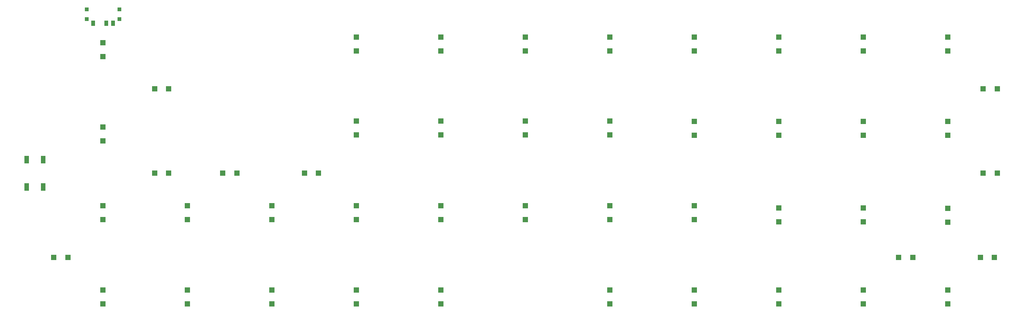
<source format=gbp>
G04 #@! TF.GenerationSoftware,KiCad,Pcbnew,(5.0.0)*
G04 #@! TF.CreationDate,2018-11-10T23:00:33-06:00*
G04 #@! TF.ProjectId,Contra,436F6E7472612E6B696361645F706362,rev?*
G04 #@! TF.SameCoordinates,Original*
G04 #@! TF.FileFunction,Paste,Bot*
G04 #@! TF.FilePolarity,Positive*
%FSLAX46Y46*%
G04 Gerber Fmt 4.6, Leading zero omitted, Abs format (unit mm)*
G04 Created by KiCad (PCBNEW (5.0.0)) date 11/10/18 23:00:33*
%MOMM*%
%LPD*%
G01*
G04 APERTURE LIST*
%ADD10R,1.200000X1.200000*%
%ADD11R,1.100000X1.800000*%
%ADD12R,0.900000X1.250000*%
%ADD13R,0.900000X0.900000*%
G04 APERTURE END LIST*
D10*
G04 #@! TO.C,D1*
X47625000Y-37160000D03*
X47625000Y-40310000D03*
G04 #@! TD*
G04 #@! TO.C,D2*
X62376250Y-47625000D03*
X59226250Y-47625000D03*
G04 #@! TD*
G04 #@! TO.C,D3*
X74625000Y-66675000D03*
X77775000Y-66675000D03*
G04 #@! TD*
G04 #@! TO.C,D4*
X104775000Y-39040000D03*
X104775000Y-35890000D03*
G04 #@! TD*
G04 #@! TO.C,D5*
X123825000Y-35890000D03*
X123825000Y-39040000D03*
G04 #@! TD*
G04 #@! TO.C,D6*
X142875000Y-39040000D03*
X142875000Y-35890000D03*
G04 #@! TD*
G04 #@! TO.C,D7*
X161925000Y-35890000D03*
X161925000Y-39040000D03*
G04 #@! TD*
G04 #@! TO.C,D8*
X180975000Y-39040000D03*
X180975000Y-35890000D03*
G04 #@! TD*
G04 #@! TO.C,D9*
X200025000Y-35890000D03*
X200025000Y-39040000D03*
G04 #@! TD*
G04 #@! TO.C,D10*
X219075000Y-39040000D03*
X219075000Y-35890000D03*
G04 #@! TD*
G04 #@! TO.C,D11*
X238125000Y-35890000D03*
X238125000Y-39040000D03*
G04 #@! TD*
G04 #@! TO.C,D12*
X249225000Y-47625000D03*
X246075000Y-47625000D03*
G04 #@! TD*
G04 #@! TO.C,D13*
X47625000Y-56210000D03*
X47625000Y-59360000D03*
G04 #@! TD*
G04 #@! TO.C,D14*
X62376250Y-66675000D03*
X59226250Y-66675000D03*
G04 #@! TD*
G04 #@! TO.C,D15*
X96190000Y-66675000D03*
X93040000Y-66675000D03*
G04 #@! TD*
G04 #@! TO.C,D16*
X104775000Y-54850000D03*
X104775000Y-58000000D03*
G04 #@! TD*
G04 #@! TO.C,D17*
X123825000Y-54850000D03*
X123825000Y-58000000D03*
G04 #@! TD*
G04 #@! TO.C,D18*
X142875000Y-54850000D03*
X142875000Y-58000000D03*
G04 #@! TD*
G04 #@! TO.C,D19*
X161925000Y-54850000D03*
X161925000Y-58000000D03*
G04 #@! TD*
G04 #@! TO.C,D20*
X180975000Y-54940000D03*
X180975000Y-58090000D03*
G04 #@! TD*
G04 #@! TO.C,D21*
X200025000Y-54940000D03*
X200025000Y-58090000D03*
G04 #@! TD*
G04 #@! TO.C,D22*
X219075000Y-54940000D03*
X219075000Y-58090000D03*
G04 #@! TD*
G04 #@! TO.C,D23*
X238125000Y-54940000D03*
X238125000Y-58090000D03*
G04 #@! TD*
G04 #@! TO.C,D24*
X246075000Y-66675000D03*
X249225000Y-66675000D03*
G04 #@! TD*
G04 #@! TO.C,D25*
X47625000Y-73990000D03*
X47625000Y-77140000D03*
G04 #@! TD*
G04 #@! TO.C,D26*
X66675000Y-73990000D03*
X66675000Y-77140000D03*
G04 #@! TD*
G04 #@! TO.C,D27*
X85725000Y-73990000D03*
X85725000Y-77140000D03*
G04 #@! TD*
G04 #@! TO.C,D28*
X104775000Y-73990000D03*
X104775000Y-77140000D03*
G04 #@! TD*
G04 #@! TO.C,D29*
X123825000Y-73990000D03*
X123825000Y-77140000D03*
G04 #@! TD*
G04 #@! TO.C,D30*
X142875000Y-77140000D03*
X142875000Y-73990000D03*
G04 #@! TD*
G04 #@! TO.C,D31*
X161925000Y-77140000D03*
X161925000Y-73990000D03*
G04 #@! TD*
G04 #@! TO.C,D32*
X180975000Y-77140000D03*
X180975000Y-73990000D03*
G04 #@! TD*
G04 #@! TO.C,D33*
X200025000Y-77685000D03*
X200025000Y-74535000D03*
G04 #@! TD*
G04 #@! TO.C,D34*
X219075000Y-77685000D03*
X219075000Y-74535000D03*
G04 #@! TD*
G04 #@! TO.C,D35*
X230175000Y-85725000D03*
X227025000Y-85725000D03*
G04 #@! TD*
G04 #@! TO.C,D36*
X238125000Y-77775000D03*
X238125000Y-74625000D03*
G04 #@! TD*
G04 #@! TO.C,D37*
X39675000Y-85725000D03*
X36525000Y-85725000D03*
G04 #@! TD*
G04 #@! TO.C,D38*
X47625000Y-96190000D03*
X47625000Y-93040000D03*
G04 #@! TD*
G04 #@! TO.C,D39*
X66675000Y-96190000D03*
X66675000Y-93040000D03*
G04 #@! TD*
G04 #@! TO.C,D40*
X85725000Y-96190000D03*
X85725000Y-93040000D03*
G04 #@! TD*
G04 #@! TO.C,D41*
X104775000Y-96190000D03*
X104775000Y-93040000D03*
G04 #@! TD*
G04 #@! TO.C,D42*
X123825000Y-96190000D03*
X123825000Y-93040000D03*
G04 #@! TD*
G04 #@! TO.C,D43*
X161925000Y-96190000D03*
X161925000Y-93040000D03*
G04 #@! TD*
G04 #@! TO.C,D44*
X180975000Y-93040000D03*
X180975000Y-96190000D03*
G04 #@! TD*
G04 #@! TO.C,D45*
X200025000Y-96190000D03*
X200025000Y-93040000D03*
G04 #@! TD*
G04 #@! TO.C,D46*
X219075000Y-93040000D03*
X219075000Y-96190000D03*
G04 #@! TD*
G04 #@! TO.C,D47*
X238125000Y-93040000D03*
X238125000Y-96190000D03*
G04 #@! TD*
G04 #@! TO.C,D48*
X248590000Y-85725000D03*
X245440000Y-85725000D03*
G04 #@! TD*
D11*
G04 #@! TO.C,SW1*
X34133400Y-69800400D03*
X34133400Y-63600400D03*
X30433400Y-69800400D03*
X30433400Y-63600400D03*
G04 #@! TD*
D12*
G04 #@! TO.C,SW2*
X48375000Y-32809000D03*
X49875000Y-32809000D03*
X45375000Y-32809000D03*
D13*
X43925000Y-29634000D03*
X43925000Y-31834000D03*
X51325000Y-31834000D03*
X51325000Y-29634000D03*
G04 #@! TD*
M02*

</source>
